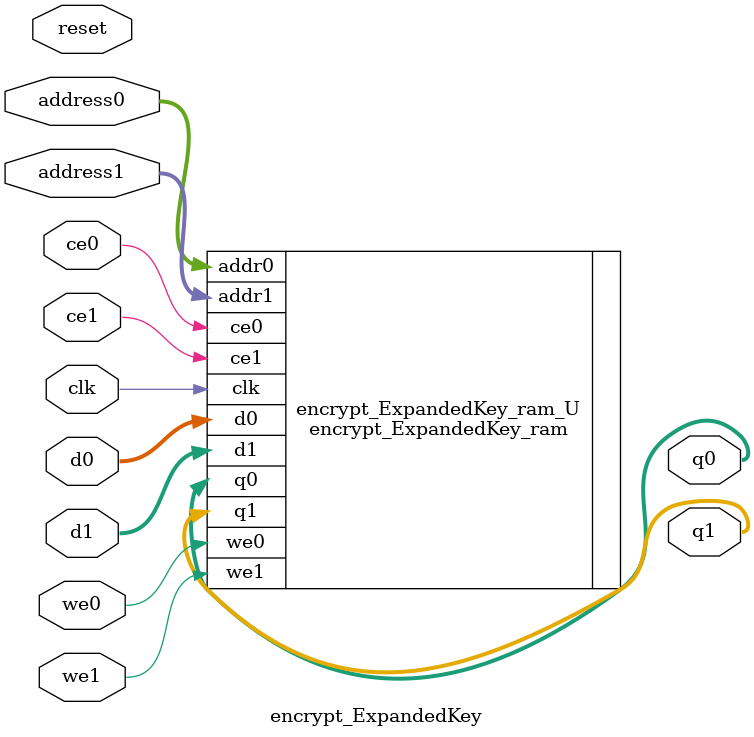
<source format=v>

`timescale 1 ns / 1 ps
module encrypt_ExpandedKey(
    reset,
    clk,
    address0,
    ce0,
    we0,
    d0,
    q0,
    address1,
    ce1,
    we1,
    d1,
    q1);

parameter DataWidth = 32'd8;
parameter AddressRange = 32'd176;
parameter AddressWidth = 32'd8;
input reset;
input clk;
input[AddressWidth - 1:0] address0;
input ce0;
input we0;
input[DataWidth - 1:0] d0;
output[DataWidth - 1:0] q0;
input[AddressWidth - 1:0] address1;
input ce1;
input we1;
input[DataWidth - 1:0] d1;
output[DataWidth - 1:0] q1;



encrypt_ExpandedKey_ram encrypt_ExpandedKey_ram_U(
    .clk( clk ),
    .addr0( address0 ),
    .ce0( ce0 ),
    .d0( d0 ),
    .we0( we0 ),
    .q0( q0 ),
    .addr1( address1 ),
    .ce1( ce1 ),
    .d1( d1 ),
    .we1( we1 ),
    .q1( q1 ));

endmodule

</source>
